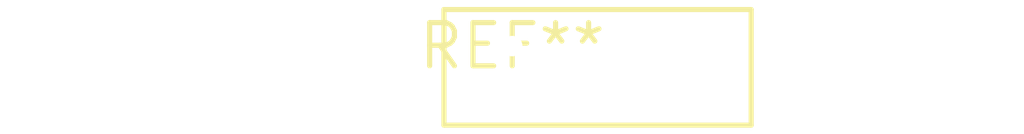
<source format=kicad_pcb>
(kicad_pcb (version 20240108) (generator pcbnew)
  (layers (0 "F.Cu" signal) (31 "B.Cu" signal) (34 "B.Paste" user) (35 "F.Paste" user) (36 "B.SilkS" user "B.Silkscreen") (37 "F.SilkS" user "F.Silkscreen") (38 "B.Mask" user) (39 "F.Mask" user) (44 "Edge.Cuts" user))
  (net 0 "")
  (footprint "RV_Disc_D9mm_W3.4mm_P5mm" (layer "F.Cu") (at 0 0)
    (property "Reference" "REF**")
    (property "Value" "RV_Disc_D9mm_W3.4mm_P5mm")
    (fp_line (start -2 -1.075) (end -2 2.325) (layer "F.SilkS") (stroke (width 0.15)))
    (fp_line (start -2 -1.075) (end 7 -1.075) (layer "F.SilkS") (stroke (width 0.15)))
    (fp_line (start -2 2.325) (end 7 2.325) (layer "F.SilkS") (stroke (width 0.15)))
    (fp_line (start 7 -1.075) (end 7 2.325) (layer "F.SilkS") (stroke (width 0.15)))
    (pad "1" thru_hole circle (at 0 0) (size 1.6 1.6) (drill 0.6) (layers *.Cu *.Mask) (remove_unused_layers))
    (pad "2" thru_hole circle (at 5 1.25) (size 1.6 1.6) (drill 0.6) (layers *.Cu *.Mask) (remove_unused_layers))
  )
)
</source>
